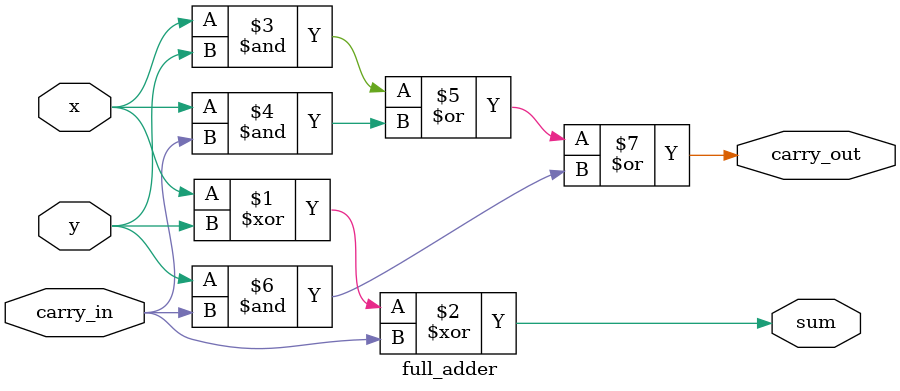
<source format=v>
module full_adder
(
    input x,
    input y,
    input carry_in,
    output sum,
    output carry_out
);
    assign sum = x ^ y ^ carry_in;
    assign carry_out = (x & y) | (x & carry_in) | (y & carry_in);
endmodule

</source>
